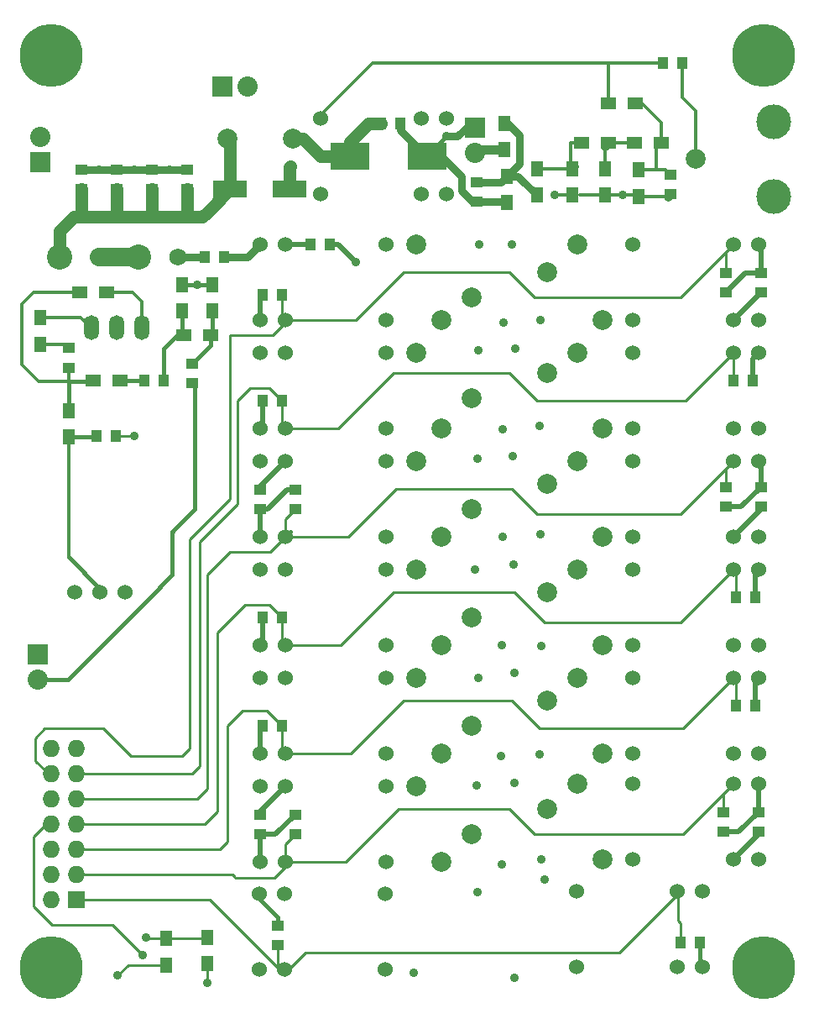
<source format=gbl>
G04 #@! TF.FileFunction,Copper,L4,Bot,Signal*
%FSLAX46Y46*%
G04 Gerber Fmt 4.6, Leading zero omitted, Abs format (unit mm)*
G04 Created by KiCad (PCBNEW 4.0.1-stable) date 03/05/2016 06:21:55*
%MOMM*%
G01*
G04 APERTURE LIST*
%ADD10C,0.100000*%
%ADD11R,1.000000X1.250000*%
%ADD12R,1.250000X1.000000*%
%ADD13C,3.500000*%
%ADD14C,2.000000*%
%ADD15C,1.524000*%
%ADD16R,1.300000X1.500000*%
%ADD17R,1.500000X1.300000*%
%ADD18C,6.350000*%
%ADD19R,2.032000X2.032000*%
%ADD20O,2.032000X2.032000*%
%ADD21C,2.540000*%
%ADD22C,1.727200*%
%ADD23R,4.000500X2.700020*%
%ADD24R,3.500120X1.800860*%
%ADD25C,1.998980*%
%ADD26R,1.727200X1.727200*%
%ADD27O,1.727200X1.727200*%
%ADD28O,1.501140X2.499360*%
%ADD29C,0.889000*%
%ADD30C,0.780000*%
%ADD31C,0.370000*%
%ADD32C,0.254000*%
%ADD33C,0.381000*%
%ADD34C,0.910000*%
%ADD35C,0.508000*%
%ADD36C,1.270000*%
%ADD37C,0.310000*%
%ADD38C,1.850000*%
G04 APERTURE END LIST*
D10*
D11*
X128540000Y-71882000D03*
X130540000Y-71882000D03*
X125714000Y-77470000D03*
X123714000Y-77470000D03*
D12*
X120967500Y-68532500D03*
X120967500Y-70532500D03*
D11*
X152416000Y-45974000D03*
X154416000Y-45974000D03*
X134636000Y-59436000D03*
X136636000Y-59436000D03*
D12*
X125730000Y-50562000D03*
X125730000Y-52562000D03*
X132842000Y-50562000D03*
X132842000Y-52562000D03*
X122174000Y-50562000D03*
X122174000Y-52562000D03*
D13*
X192024000Y-53330000D03*
X192024000Y-45730000D03*
D14*
X184224000Y-49530000D03*
D15*
X124079000Y-93218000D03*
X126619000Y-93218000D03*
X121539000Y-93218000D03*
D16*
X175006000Y-53166000D03*
X175006000Y-50466000D03*
D17*
X172640000Y-47879000D03*
X175340000Y-47879000D03*
D16*
X171704000Y-53166000D03*
X171704000Y-50466000D03*
X135382000Y-62150000D03*
X135382000Y-64850000D03*
D17*
X132508000Y-67310000D03*
X135208000Y-67310000D03*
D16*
X132334000Y-62150000D03*
X132334000Y-64850000D03*
D17*
X178070500Y-43942000D03*
X175370500Y-43942000D03*
D16*
X178435000Y-53293000D03*
X178435000Y-50593000D03*
D17*
X177974000Y-47879000D03*
X180674000Y-47879000D03*
D18*
X191008000Y-39116000D03*
X119126000Y-39116000D03*
X191008000Y-131064000D03*
X119126000Y-131064000D03*
D11*
X182864000Y-39814500D03*
X180864000Y-39814500D03*
D19*
X117792500Y-99441000D03*
D20*
X117792500Y-101981000D03*
D17*
X123364000Y-71882000D03*
X126064000Y-71882000D03*
D16*
X120904000Y-74850000D03*
X120904000Y-77550000D03*
D12*
X129286000Y-50562000D03*
X129286000Y-52562000D03*
D15*
X159004000Y-45466000D03*
X156464000Y-45466000D03*
X146304000Y-45466000D03*
X146304000Y-53086000D03*
X159004000Y-53086000D03*
X156464000Y-53086000D03*
X140208000Y-65786000D03*
X142748000Y-65786000D03*
X152908000Y-65786000D03*
X152908000Y-58166000D03*
X140208000Y-58166000D03*
X142748000Y-58166000D03*
X140208000Y-76708000D03*
X142748000Y-76708000D03*
X152908000Y-76708000D03*
X152908000Y-69088000D03*
X140208000Y-69088000D03*
X142748000Y-69088000D03*
X140208000Y-87630000D03*
X142748000Y-87630000D03*
X152908000Y-87630000D03*
X152908000Y-80010000D03*
X140208000Y-80010000D03*
X142748000Y-80010000D03*
X140208000Y-98552000D03*
X142748000Y-98552000D03*
X152908000Y-98552000D03*
X152908000Y-90932000D03*
X140208000Y-90932000D03*
X142748000Y-90932000D03*
X140208000Y-109474000D03*
X142748000Y-109474000D03*
X152908000Y-109474000D03*
X152908000Y-101854000D03*
X140208000Y-101854000D03*
X142748000Y-101854000D03*
X140208000Y-120396000D03*
X142748000Y-120396000D03*
X152908000Y-120396000D03*
X152908000Y-112776000D03*
X140208000Y-112776000D03*
X142748000Y-112776000D03*
X140144500Y-131191000D03*
X142684500Y-131191000D03*
X152844500Y-131191000D03*
X152844500Y-123571000D03*
X140144500Y-123571000D03*
X142684500Y-123571000D03*
X190500000Y-58166000D03*
X187960000Y-58166000D03*
X177800000Y-58166000D03*
X177800000Y-65786000D03*
X190500000Y-65786000D03*
X187960000Y-65786000D03*
X190500000Y-69088000D03*
X187960000Y-69088000D03*
X177800000Y-69088000D03*
X177800000Y-76708000D03*
X190500000Y-76708000D03*
X187960000Y-76708000D03*
X190500000Y-80010000D03*
X187960000Y-80010000D03*
X177800000Y-80010000D03*
X177800000Y-87630000D03*
X190500000Y-87630000D03*
X187960000Y-87630000D03*
X190500000Y-90932000D03*
X187960000Y-90932000D03*
X177800000Y-90932000D03*
X177800000Y-98552000D03*
X190500000Y-98552000D03*
X187960000Y-98552000D03*
X190500000Y-101854000D03*
X187960000Y-101854000D03*
X177800000Y-101854000D03*
X177800000Y-109474000D03*
X190500000Y-109474000D03*
X187960000Y-109474000D03*
X190500000Y-112522000D03*
X187960000Y-112522000D03*
X177800000Y-112522000D03*
X177800000Y-120142000D03*
X190500000Y-120142000D03*
X187960000Y-120142000D03*
D19*
X118046500Y-49847500D03*
D20*
X118046500Y-47307500D03*
D19*
X136461500Y-42227500D03*
D20*
X139001500Y-42227500D03*
D16*
X118046500Y-65515500D03*
X118046500Y-68215500D03*
D21*
X119984000Y-59436000D03*
D22*
X123984000Y-59436000D03*
D21*
X127984000Y-59436000D03*
D22*
X131984000Y-59436000D03*
D23*
X157050740Y-49276000D03*
X149273260Y-49276000D03*
D24*
X143207740Y-52578000D03*
X137208260Y-52578000D03*
D11*
X147304000Y-58166000D03*
X145304000Y-58166000D03*
D25*
X155956000Y-58166000D03*
X158496000Y-65786000D03*
X155956000Y-69088000D03*
X158496000Y-76708000D03*
X155956000Y-80010000D03*
X158496000Y-87630000D03*
X155956000Y-90932000D03*
X158496000Y-98552000D03*
X155956000Y-101854000D03*
X158496000Y-109474000D03*
X155956000Y-112776000D03*
X158496000Y-120396000D03*
X161544000Y-63500000D03*
X169164000Y-60960000D03*
X161544000Y-73660000D03*
X169164000Y-71120000D03*
X161544000Y-84836000D03*
X169164000Y-82296000D03*
X161544000Y-95758000D03*
X169164000Y-93218000D03*
X161544000Y-106680000D03*
X169164000Y-104140000D03*
X161544000Y-117602000D03*
X169164000Y-115062000D03*
X172212000Y-58166000D03*
X174752000Y-65786000D03*
X172212000Y-69088000D03*
X174752000Y-76708000D03*
X172212000Y-80010000D03*
X174752000Y-87630000D03*
X172212000Y-90932000D03*
X174752000Y-98552000D03*
X172212000Y-101854000D03*
X174752000Y-109474000D03*
X172212000Y-112522000D03*
X174752000Y-120142000D03*
X143507460Y-47498000D03*
X136908540Y-47498000D03*
D12*
X190754000Y-62976000D03*
X190754000Y-60976000D03*
X190500000Y-117332000D03*
X190500000Y-115332000D03*
X140208000Y-115586000D03*
X140208000Y-117586000D03*
X140208000Y-82820000D03*
X140208000Y-84820000D03*
X190754000Y-84566000D03*
X190754000Y-82566000D03*
X187198000Y-62976000D03*
X187198000Y-60976000D03*
D11*
X189976000Y-71882000D03*
X187976000Y-71882000D03*
D12*
X187198000Y-84566000D03*
X187198000Y-82566000D03*
D11*
X190230000Y-93726000D03*
X188230000Y-93726000D03*
X190230000Y-104648000D03*
X188230000Y-104648000D03*
D12*
X186944000Y-117332000D03*
X186944000Y-115332000D03*
D11*
X140478000Y-63246000D03*
X142478000Y-63246000D03*
X140478000Y-73914000D03*
X142478000Y-73914000D03*
D12*
X143764000Y-82820000D03*
X143764000Y-84820000D03*
D11*
X140478000Y-95758000D03*
X142478000Y-95758000D03*
X140478000Y-106680000D03*
X142478000Y-106680000D03*
D12*
X143764000Y-115586000D03*
X143764000Y-117586000D03*
X141986000Y-126762000D03*
X141986000Y-128762000D03*
D16*
X168211500Y-53166000D03*
X168211500Y-50466000D03*
X165163500Y-53928000D03*
X165163500Y-51228000D03*
X164846000Y-48594000D03*
X164846000Y-45894000D03*
D11*
X184642000Y-128524000D03*
X182642000Y-128524000D03*
D15*
X184848500Y-123317000D03*
X182308500Y-123317000D03*
X172148500Y-123317000D03*
X172148500Y-130937000D03*
X184848500Y-130937000D03*
X182308500Y-130937000D03*
D12*
X133350000Y-72120000D03*
X133350000Y-70120000D03*
X181610000Y-51070000D03*
X181610000Y-53070000D03*
X162115500Y-51832000D03*
X162115500Y-53832000D03*
D19*
X161925000Y-46355000D03*
D20*
X161925000Y-48895000D03*
D16*
X130746500Y-128063000D03*
X130746500Y-130763000D03*
X134937500Y-130636000D03*
X134937500Y-127936000D03*
D26*
X121666000Y-124206000D03*
D27*
X119126000Y-124206000D03*
X121666000Y-121666000D03*
X119126000Y-121666000D03*
X121666000Y-119126000D03*
X119126000Y-119126000D03*
X121666000Y-116586000D03*
X119126000Y-116586000D03*
X121666000Y-114046000D03*
X119126000Y-114046000D03*
X121666000Y-111506000D03*
X119126000Y-111506000D03*
X121666000Y-108966000D03*
X119126000Y-108966000D03*
D28*
X125730000Y-66548000D03*
X128270000Y-66548000D03*
X123190000Y-66548000D03*
D17*
X122030500Y-62992000D03*
X124730500Y-62992000D03*
D29*
X168973500Y-122110500D03*
X162179000Y-123380500D03*
X165862000Y-132016500D03*
X155765500Y-131508500D03*
X165925500Y-112395000D03*
X162115500Y-112649000D03*
X168592500Y-120142000D03*
X164592000Y-120586500D03*
X168465500Y-109537500D03*
X164528500Y-109664500D03*
X165925500Y-101282500D03*
X162242500Y-101854000D03*
X168592500Y-98615500D03*
X164592000Y-98488500D03*
X165798500Y-90424000D03*
X161925000Y-90932000D03*
X168529000Y-87376000D03*
X164719000Y-87630000D03*
X165735000Y-79502000D03*
X162179000Y-79756000D03*
X168465500Y-76454000D03*
X164719000Y-76771500D03*
X165989000Y-68643500D03*
X162242500Y-68834000D03*
X164782500Y-66040000D03*
X168529000Y-65786000D03*
X165671500Y-58166000D03*
X162306000Y-58166000D03*
X169989500Y-53149500D03*
X134937500Y-132524500D03*
X159004000Y-47244000D03*
X127508000Y-77470000D03*
X133858000Y-62230000D03*
X131064000Y-50562000D03*
X127508000Y-50562000D03*
X123952000Y-50562000D03*
X143256000Y-50292000D03*
X176784000Y-53166000D03*
X149860000Y-59944000D03*
X125857000Y-131826000D03*
X128397000Y-129794000D03*
X128714500Y-128016000D03*
D30*
X162115500Y-53832000D02*
X161655000Y-53832000D01*
X161655000Y-53832000D02*
X160528000Y-52705000D01*
X160528000Y-51244500D02*
X158559500Y-49276000D01*
X160528000Y-52705000D02*
X160528000Y-51244500D01*
X158559500Y-49276000D02*
X157050740Y-49276000D01*
X162115500Y-53832000D02*
X165067500Y-53832000D01*
X165067500Y-53832000D02*
X165163500Y-53928000D01*
D31*
X171704000Y-53166000D02*
X170006000Y-53166000D01*
X170006000Y-53166000D02*
X169989500Y-53149500D01*
D32*
X134937500Y-130636000D02*
X134937500Y-132524500D01*
D30*
X159004000Y-47244000D02*
X160147000Y-47244000D01*
D33*
X157050740Y-49197260D02*
X159004000Y-47244000D01*
D30*
X160147000Y-47244000D02*
X161036000Y-46355000D01*
X161036000Y-46355000D02*
X161925000Y-46355000D01*
D31*
X178435000Y-53293000D02*
X181387000Y-53293000D01*
D34*
X181387000Y-53293000D02*
X181610000Y-53070000D01*
D32*
X125714000Y-77470000D02*
X127508000Y-77470000D01*
D33*
X135302000Y-62230000D02*
X133858000Y-62230000D01*
X133778000Y-62150000D02*
X133858000Y-62230000D01*
X133778000Y-62150000D02*
X132334000Y-62150000D01*
X135302000Y-62230000D02*
X135382000Y-62150000D01*
X125952000Y-77708000D02*
X125714000Y-77470000D01*
D35*
X140208000Y-65786000D02*
X140208000Y-63516000D01*
X140208000Y-63516000D02*
X140478000Y-63246000D01*
X140478000Y-63246000D02*
X140478000Y-63484000D01*
X140208000Y-63516000D02*
X140478000Y-63246000D01*
X140208000Y-84820000D02*
X140986000Y-84820000D01*
X142986000Y-82820000D02*
X143764000Y-82820000D01*
X140986000Y-84820000D02*
X142986000Y-82820000D01*
X140208000Y-84820000D02*
X140208000Y-87630000D01*
X140478000Y-95758000D02*
X140478000Y-98282000D01*
X140478000Y-98282000D02*
X140208000Y-98552000D01*
X140478000Y-73914000D02*
X140478000Y-76438000D01*
X140478000Y-76438000D02*
X140208000Y-76708000D01*
X140208000Y-109474000D02*
X140208000Y-106950000D01*
X140208000Y-106950000D02*
X140478000Y-106680000D01*
X140208000Y-117586000D02*
X141764000Y-117586000D01*
X141764000Y-117586000D02*
X143764000Y-115586000D01*
X140208000Y-117586000D02*
X140208000Y-120396000D01*
X190230000Y-93726000D02*
X190230000Y-91202000D01*
X190230000Y-91202000D02*
X190500000Y-90932000D01*
X190500000Y-115332000D02*
X190500000Y-112522000D01*
X186944000Y-117332000D02*
X188500000Y-117332000D01*
X188500000Y-117332000D02*
X190500000Y-115332000D01*
X190230000Y-104648000D02*
X190230000Y-102124000D01*
X190230000Y-102124000D02*
X190500000Y-101854000D01*
X189976000Y-71882000D02*
X189976000Y-69612000D01*
X189976000Y-69612000D02*
X190500000Y-69088000D01*
X190754000Y-60976000D02*
X189198000Y-60976000D01*
X189198000Y-60976000D02*
X187198000Y-62976000D01*
X190754000Y-60976000D02*
X190754000Y-58420000D01*
X190754000Y-58420000D02*
X190500000Y-58166000D01*
X187198000Y-84566000D02*
X188754000Y-84566000D01*
X188754000Y-84566000D02*
X190754000Y-82566000D01*
X190754000Y-82566000D02*
X190754000Y-80264000D01*
X190754000Y-80264000D02*
X190500000Y-80010000D01*
D30*
X129286000Y-50562000D02*
X131064000Y-50562000D01*
X131064000Y-50562000D02*
X132842000Y-50562000D01*
X125730000Y-50562000D02*
X127508000Y-50562000D01*
X127508000Y-50562000D02*
X129286000Y-50562000D01*
X122174000Y-50562000D02*
X123952000Y-50562000D01*
X123952000Y-50562000D02*
X125730000Y-50562000D01*
D36*
X143207740Y-50340260D02*
X143256000Y-50292000D01*
X143207740Y-52578000D02*
X143207740Y-50340260D01*
D31*
X176784000Y-53166000D02*
X178054000Y-53166000D01*
X175514000Y-53166000D02*
X176784000Y-53166000D01*
X173990000Y-53166000D02*
X175514000Y-53166000D01*
X172466000Y-53166000D02*
X173990000Y-53166000D01*
D33*
X157480000Y-49276000D02*
X157050740Y-49276000D01*
X157050740Y-49276000D02*
X157050740Y-49197260D01*
D30*
X154416000Y-46641260D02*
X157050740Y-49276000D01*
X154416000Y-45974000D02*
X154416000Y-46641260D01*
D33*
X184642000Y-131048000D02*
X184912000Y-131318000D01*
X184642000Y-128524000D02*
X184642000Y-131048000D01*
X141986000Y-125984000D02*
X140208000Y-124206000D01*
X141986000Y-126762000D02*
X141986000Y-125984000D01*
D35*
X148082000Y-58166000D02*
X149860000Y-59944000D01*
X147304000Y-58166000D02*
X148082000Y-58166000D01*
D34*
X161925000Y-46355000D02*
X161925000Y-45974000D01*
D32*
X126920000Y-130763000D02*
X130746500Y-130763000D01*
X125857000Y-131826000D02*
X126920000Y-130763000D01*
D31*
X118046500Y-68215500D02*
X120650500Y-68215500D01*
X120650500Y-68215500D02*
X120967500Y-68532500D01*
D30*
X131984000Y-59436000D02*
X134636000Y-59436000D01*
D36*
X122174000Y-52562000D02*
X122174000Y-55372000D01*
X122174000Y-55372000D02*
X121412000Y-55372000D01*
X125730000Y-52562000D02*
X125730000Y-55372000D01*
X125730000Y-55372000D02*
X125730000Y-55118000D01*
X125730000Y-55118000D02*
X125730000Y-55372000D01*
X129286000Y-52562000D02*
X129286000Y-55372000D01*
X129286000Y-55372000D02*
X129286000Y-54864000D01*
X129286000Y-54864000D02*
X129286000Y-55372000D01*
X132842000Y-52562000D02*
X132842000Y-55372000D01*
X132842000Y-55372000D02*
X132842000Y-54864000D01*
X132842000Y-54864000D02*
X132842000Y-55372000D01*
X119984000Y-59436000D02*
X119984000Y-56800000D01*
X121412000Y-55372000D02*
X125730000Y-55372000D01*
X125730000Y-55372000D02*
X129286000Y-55372000D01*
X129286000Y-55372000D02*
X132842000Y-55372000D01*
X119984000Y-56800000D02*
X121412000Y-55372000D01*
X134414260Y-55372000D02*
X134874000Y-54912260D01*
X134874000Y-54912260D02*
X137208260Y-52578000D01*
X132842000Y-55372000D02*
X134414260Y-55372000D01*
X137208260Y-47797720D02*
X136908540Y-47498000D01*
X137208260Y-52578000D02*
X137208260Y-47797720D01*
D32*
X125349000Y-126746000D02*
X128397000Y-129794000D01*
X119253000Y-126746000D02*
X125349000Y-126746000D01*
X117348000Y-124841000D02*
X119253000Y-126746000D01*
X117348000Y-117856000D02*
X117348000Y-124841000D01*
X118618000Y-116586000D02*
X117348000Y-117856000D01*
X119126000Y-116586000D02*
X118618000Y-116586000D01*
D31*
X175370500Y-43942000D02*
X175370500Y-39814500D01*
X175370500Y-39814500D02*
X175260000Y-39925000D01*
X175260000Y-39925000D02*
X175260000Y-39941500D01*
X175260000Y-39941500D02*
X175260000Y-39814500D01*
D37*
X146304000Y-45466000D02*
X146304000Y-45085000D01*
D31*
X146304000Y-45085000D02*
X151574500Y-39814500D01*
X151574500Y-39814500D02*
X175260000Y-39814500D01*
X175260000Y-39814500D02*
X180864000Y-39814500D01*
X182864000Y-39814500D02*
X182864000Y-43291000D01*
X182864000Y-43291000D02*
X184224000Y-44651000D01*
X184224000Y-44651000D02*
X184224000Y-49530000D01*
D33*
X126064000Y-71882000D02*
X128540000Y-71882000D01*
X132508000Y-67310000D02*
X131826000Y-67310000D01*
X131826000Y-67310000D02*
X130540000Y-68596000D01*
X130540000Y-68596000D02*
X130540000Y-71882000D01*
X132334000Y-64850000D02*
X132334000Y-67136000D01*
X132334000Y-67136000D02*
X132508000Y-67310000D01*
X124079000Y-93218000D02*
X124079000Y-92837000D01*
X124079000Y-92837000D02*
X120904000Y-89662000D01*
D31*
X120904000Y-89662000D02*
X120904000Y-77550000D01*
D33*
X123634000Y-77550000D02*
X123714000Y-77470000D01*
X120904000Y-77550000D02*
X123634000Y-77550000D01*
D31*
X120904000Y-71945500D02*
X117919500Y-71945500D01*
X117348000Y-62992000D02*
X122030500Y-62992000D01*
X116205000Y-64135000D02*
X117348000Y-62992000D01*
X116205000Y-70231000D02*
X116205000Y-64135000D01*
X117919500Y-71945500D02*
X116205000Y-70231000D01*
X120904000Y-71962000D02*
X120904000Y-71945500D01*
X120904000Y-71945500D02*
X120904000Y-70596000D01*
X120904000Y-70596000D02*
X120967500Y-70532500D01*
D33*
X120904000Y-71962000D02*
X123284000Y-71962000D01*
X123284000Y-71962000D02*
X123364000Y-71882000D01*
X120904000Y-74850000D02*
X120904000Y-71962000D01*
D32*
X119126000Y-111506000D02*
X118872000Y-111506000D01*
X118872000Y-111506000D02*
X117538500Y-110172500D01*
X117538500Y-110172500D02*
X117538500Y-107886500D01*
X117538500Y-107886500D02*
X118491000Y-106934000D01*
X118491000Y-106934000D02*
X124396500Y-106934000D01*
X124396500Y-106934000D02*
X127190500Y-109728000D01*
X127190500Y-109728000D02*
X132334000Y-109728000D01*
X137160000Y-83820000D02*
X137160000Y-74930000D01*
X133096000Y-87884000D02*
X137160000Y-83820000D01*
X133096000Y-107188000D02*
X133096000Y-87884000D01*
X133096000Y-107188000D02*
X133096000Y-108966000D01*
X132842000Y-109220000D02*
X133096000Y-108966000D01*
X132334000Y-109728000D02*
X132842000Y-109220000D01*
X137160000Y-74930000D02*
X137160000Y-67310000D01*
X142478000Y-63246000D02*
X142478000Y-65516000D01*
X142478000Y-65516000D02*
X142748000Y-65786000D01*
X187198000Y-60976000D02*
X187198000Y-58928000D01*
X187198000Y-58928000D02*
X187960000Y-58166000D01*
X149860000Y-65786000D02*
X154686000Y-60960000D01*
X154686000Y-60960000D02*
X165354000Y-60960000D01*
X165354000Y-60960000D02*
X167894000Y-63500000D01*
X167894000Y-63500000D02*
X182626000Y-63500000D01*
X182626000Y-63500000D02*
X187960000Y-58166000D01*
X142748000Y-65786000D02*
X149860000Y-65786000D01*
X141478000Y-67310000D02*
X137160000Y-67310000D01*
X142748000Y-66040000D02*
X141478000Y-67310000D01*
X142748000Y-65786000D02*
X142748000Y-66040000D01*
X137160000Y-74930000D02*
X137160000Y-74676000D01*
X121666000Y-111506000D02*
X133350000Y-111506000D01*
X142478000Y-73914000D02*
X142478000Y-76438000D01*
X142478000Y-76438000D02*
X142748000Y-76708000D01*
X137922000Y-75438000D02*
X137922000Y-73914000D01*
X141208000Y-72644000D02*
X142478000Y-73914000D01*
X139192000Y-72644000D02*
X141208000Y-72644000D01*
X137922000Y-73914000D02*
X139192000Y-72644000D01*
X187976000Y-71882000D02*
X187976000Y-69104000D01*
X187976000Y-69104000D02*
X187960000Y-69088000D01*
X137922000Y-84328000D02*
X137922000Y-75438000D01*
X137922000Y-75438000D02*
X137922000Y-75184000D01*
X148082000Y-76708000D02*
X153670000Y-71120000D01*
X153670000Y-71120000D02*
X165354000Y-71120000D01*
X165354000Y-71120000D02*
X168148000Y-73914000D01*
X168148000Y-73914000D02*
X183134000Y-73914000D01*
X183134000Y-73914000D02*
X187960000Y-69088000D01*
X142748000Y-76708000D02*
X148082000Y-76708000D01*
X134112000Y-109220000D02*
X134112000Y-88138000D01*
X134112000Y-88138000D02*
X137922000Y-84328000D01*
X134112000Y-110744000D02*
X134112000Y-109220000D01*
X133350000Y-111506000D02*
X134112000Y-110744000D01*
X121666000Y-114046000D02*
X133858000Y-114046000D01*
X142748000Y-87630000D02*
X142748000Y-85836000D01*
X142748000Y-85836000D02*
X143764000Y-84820000D01*
X187198000Y-82566000D02*
X187198000Y-80772000D01*
X187198000Y-80772000D02*
X187960000Y-80010000D01*
X149098000Y-87630000D02*
X153924000Y-82804000D01*
X153924000Y-82804000D02*
X165608000Y-82804000D01*
X165608000Y-82804000D02*
X168148000Y-85344000D01*
X168148000Y-85344000D02*
X182626000Y-85344000D01*
X182626000Y-85344000D02*
X187960000Y-80010000D01*
X142748000Y-87630000D02*
X149098000Y-87630000D01*
D33*
X143256000Y-87122000D02*
X142748000Y-87630000D01*
D32*
X141224000Y-89154000D02*
X142748000Y-87630000D01*
X133858000Y-114046000D02*
X134874000Y-113030000D01*
X134874000Y-112268000D02*
X134874000Y-91694000D01*
X134874000Y-91440000D02*
X137160000Y-89154000D01*
X137160000Y-89154000D02*
X141224000Y-89154000D01*
X134874000Y-91694000D02*
X134874000Y-91440000D01*
X134874000Y-112268000D02*
X134874000Y-113030000D01*
X121666000Y-116586000D02*
X134620000Y-116586000D01*
X134620000Y-116586000D02*
X135382000Y-115824000D01*
X135382000Y-115824000D02*
X135636000Y-115570000D01*
X135509000Y-115697000D02*
X135636000Y-115570000D01*
X135382000Y-115824000D02*
X135509000Y-115697000D01*
X135890000Y-115316000D02*
X135509000Y-115697000D01*
X135890000Y-98552000D02*
X135890000Y-97282000D01*
X135890000Y-114808000D02*
X135890000Y-98552000D01*
X135890000Y-115316000D02*
X135890000Y-114808000D01*
X142478000Y-95758000D02*
X142478000Y-98282000D01*
X142478000Y-98282000D02*
X142748000Y-98552000D01*
X188230000Y-93726000D02*
X188230000Y-91202000D01*
X188230000Y-91202000D02*
X187960000Y-90932000D01*
X148336000Y-98552000D02*
X153670000Y-93218000D01*
X153670000Y-93218000D02*
X165862000Y-93218000D01*
X165862000Y-93218000D02*
X168910000Y-96266000D01*
X168910000Y-96266000D02*
X182626000Y-96266000D01*
X182626000Y-96266000D02*
X187960000Y-90932000D01*
X142748000Y-98552000D02*
X148336000Y-98552000D01*
X142478000Y-95758000D02*
X141208000Y-94488000D01*
X138684000Y-94488000D02*
X141208000Y-94488000D01*
X135890000Y-97282000D02*
X138684000Y-94488000D01*
X121666000Y-119126000D02*
X136144000Y-119126000D01*
X142478000Y-106680000D02*
X142478000Y-109204000D01*
X142478000Y-109204000D02*
X142748000Y-109474000D01*
X188230000Y-104648000D02*
X188230000Y-102124000D01*
X188230000Y-102124000D02*
X187960000Y-101854000D01*
X149352000Y-109474000D02*
X154686000Y-104140000D01*
X154686000Y-104140000D02*
X165608000Y-104140000D01*
X165608000Y-104140000D02*
X168402000Y-106934000D01*
X168402000Y-106934000D02*
X182880000Y-106934000D01*
X182880000Y-106934000D02*
X187960000Y-101854000D01*
X142748000Y-109474000D02*
X149352000Y-109474000D01*
X136906000Y-106680000D02*
X138430000Y-105156000D01*
X138430000Y-105156000D02*
X140954000Y-105156000D01*
X140954000Y-105156000D02*
X142478000Y-106680000D01*
X136906000Y-115316000D02*
X136906000Y-108712000D01*
X136906000Y-108712000D02*
X136906000Y-106680000D01*
X136906000Y-115316000D02*
X136906000Y-118364000D01*
X136144000Y-119126000D02*
X136906000Y-118364000D01*
X137731500Y-121983500D02*
X141668500Y-121983500D01*
X121666000Y-121666000D02*
X137414000Y-121666000D01*
X137668000Y-121920000D02*
X137731500Y-121983500D01*
X141668500Y-121983500D02*
X142748000Y-120904000D01*
X137414000Y-121666000D02*
X137668000Y-121920000D01*
X142748000Y-120396000D02*
X142748000Y-118602000D01*
X142748000Y-118602000D02*
X143764000Y-117586000D01*
D35*
X143764000Y-117586000D02*
X143780000Y-117602000D01*
D32*
X186944000Y-113538000D02*
X183134000Y-117348000D01*
X182880000Y-117602000D02*
X181356000Y-117602000D01*
X183134000Y-117348000D02*
X182880000Y-117602000D01*
X186944000Y-115332000D02*
X186944000Y-113538000D01*
X186944000Y-113538000D02*
X187960000Y-112522000D01*
X148844000Y-120396000D02*
X154178000Y-115062000D01*
X142748000Y-120396000D02*
X148844000Y-120396000D01*
X167894000Y-117602000D02*
X181356000Y-117602000D01*
X165354000Y-115062000D02*
X167894000Y-117602000D01*
X154178000Y-115062000D02*
X165354000Y-115062000D01*
X142748000Y-120904000D02*
X142748000Y-120396000D01*
X182642000Y-128524000D02*
X182642000Y-126571500D01*
X182372000Y-126301500D02*
X182372000Y-123698000D01*
X182642000Y-126571500D02*
X182372000Y-126301500D01*
X182372000Y-123698000D02*
X182308500Y-123698000D01*
X182308500Y-123698000D02*
X176466500Y-129540000D01*
X144780000Y-129540000D02*
X176466500Y-129540000D01*
X142748000Y-131572000D02*
X144780000Y-129540000D01*
X121666000Y-124206000D02*
X135128000Y-124206000D01*
X135382000Y-124460000D02*
X141478000Y-130556000D01*
X135128000Y-124206000D02*
X135382000Y-124460000D01*
X142748000Y-131826000D02*
X142748000Y-131572000D01*
X141986000Y-131064000D02*
X142748000Y-131826000D01*
X141986000Y-128762000D02*
X141986000Y-131064000D01*
X141478000Y-130556000D02*
X141224000Y-130302000D01*
X142748000Y-131826000D02*
X141478000Y-130556000D01*
D31*
X118046500Y-65515500D02*
X122157500Y-65515500D01*
X122157500Y-65515500D02*
X123190000Y-66548000D01*
D38*
X123984000Y-59436000D02*
X127984000Y-59436000D01*
D31*
X175006000Y-50466000D02*
X175006000Y-48213000D01*
D34*
X175006000Y-48213000D02*
X175340000Y-47879000D01*
D31*
X175340000Y-47879000D02*
X177974000Y-47879000D01*
D30*
X136636000Y-59436000D02*
X138938000Y-59436000D01*
X138938000Y-59436000D02*
X140208000Y-58166000D01*
D35*
X190754000Y-62992000D02*
X187960000Y-65786000D01*
D36*
X144526000Y-47498000D02*
X143507460Y-47498000D01*
X144526000Y-47498000D02*
X146304000Y-49276000D01*
X149273260Y-49276000D02*
X146304000Y-49276000D01*
X151130000Y-45974000D02*
X149273260Y-47830740D01*
X149273260Y-47830740D02*
X149273260Y-49276000D01*
X152416000Y-45974000D02*
X151130000Y-45974000D01*
D35*
X140208000Y-82820000D02*
X140208000Y-82550000D01*
X140208000Y-82550000D02*
X142748000Y-80010000D01*
X140208000Y-115586000D02*
X140208000Y-115316000D01*
X140208000Y-115316000D02*
X142748000Y-112776000D01*
X190500000Y-117332000D02*
X190500000Y-117602000D01*
X190500000Y-117602000D02*
X187960000Y-120142000D01*
X190754000Y-62976000D02*
X190754000Y-62992000D01*
X190754000Y-84566000D02*
X190754000Y-84836000D01*
X190754000Y-84836000D02*
X187960000Y-87630000D01*
X142478000Y-113046000D02*
X142748000Y-112776000D01*
X145304000Y-58166000D02*
X142748000Y-58166000D01*
D33*
X128896750Y-93908250D02*
X128896750Y-93924750D01*
X128896750Y-93924750D02*
X120840500Y-101981000D01*
X120840500Y-101981000D02*
X117792500Y-101981000D01*
X131365000Y-91440000D02*
X131365000Y-87075000D01*
X131445000Y-87122000D02*
X131445000Y-86995000D01*
X131412000Y-87122000D02*
X131445000Y-87122000D01*
X131365000Y-87075000D02*
X131412000Y-87122000D01*
X128865000Y-93940000D02*
X128896750Y-93908250D01*
X128896750Y-93908250D02*
X131365000Y-91440000D01*
X133604000Y-75946000D02*
X133604000Y-84836000D01*
X133604000Y-84836000D02*
X131445000Y-86995000D01*
X133604000Y-72374000D02*
X133604000Y-75946000D01*
X133604000Y-72374000D02*
X133350000Y-72120000D01*
X135208000Y-67310000D02*
X135208000Y-68262000D01*
X135208000Y-68262000D02*
X133350000Y-70120000D01*
X135382000Y-64850000D02*
X135382000Y-67136000D01*
X135382000Y-67136000D02*
X135208000Y-67310000D01*
D37*
X178070500Y-43942000D02*
X178752500Y-43942000D01*
X178752500Y-43942000D02*
X180674000Y-45863500D01*
X180674000Y-45863500D02*
X180674000Y-47879000D01*
D31*
X180213000Y-50593000D02*
X180213000Y-48340000D01*
X180213000Y-48340000D02*
X180674000Y-47879000D01*
X178435000Y-50593000D02*
X180213000Y-50593000D01*
X180213000Y-50593000D02*
X181133000Y-50593000D01*
X181133000Y-50593000D02*
X181610000Y-51070000D01*
D30*
X164846000Y-45894000D02*
X165210500Y-45894000D01*
X165210500Y-45894000D02*
X166433500Y-47117000D01*
X166433500Y-47117000D02*
X166433500Y-49958000D01*
X166433500Y-49958000D02*
X165163500Y-51228000D01*
X165163500Y-51228000D02*
X166273500Y-51228000D01*
X166273500Y-51228000D02*
X168211500Y-53166000D01*
X162115500Y-51832000D02*
X164559500Y-51832000D01*
X164559500Y-51832000D02*
X165163500Y-51228000D01*
D34*
X164846000Y-48594000D02*
X162226000Y-48594000D01*
X162226000Y-48594000D02*
X161925000Y-48895000D01*
D31*
X168211500Y-50466000D02*
X171704000Y-50466000D01*
X171577000Y-47879000D02*
X171577000Y-50339000D01*
X171577000Y-47879000D02*
X172640000Y-47879000D01*
D34*
X171577000Y-50339000D02*
X171704000Y-50466000D01*
D35*
X171878000Y-50292000D02*
X171704000Y-50466000D01*
D34*
X171878000Y-50292000D02*
X171704000Y-50466000D01*
D30*
X171878000Y-50292000D02*
X171704000Y-50466000D01*
D32*
X130746500Y-128063000D02*
X134810500Y-128063000D01*
X134810500Y-128063000D02*
X134937500Y-127936000D01*
X128761500Y-128063000D02*
X130746500Y-128063000D01*
X128714500Y-128016000D02*
X128761500Y-128063000D01*
D31*
X128270000Y-66548000D02*
X128270000Y-63881000D01*
X127381000Y-62992000D02*
X124730500Y-62992000D01*
X128270000Y-63881000D02*
X127381000Y-62992000D01*
M02*

</source>
